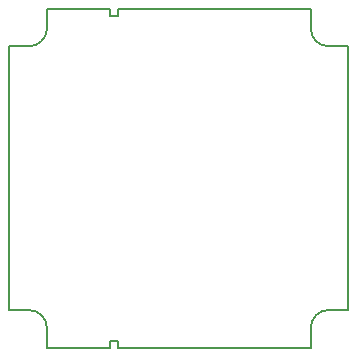
<source format=gbr>
G04 DipTrace 3.2.0.1*
G04 BoardOutline.gbr*
%MOIN*%
G04 #@! TF.FileFunction,Profile*
G04 #@! TF.Part,Single*
%ADD11C,0.005512*%
%FSLAX26Y26*%
G04*
G70*
G90*
G75*
G01*
G04 BoardOutline*
%LPD*%
X-439370Y496063D2*
D11*
G02X-500000Y439370I-60582J4023D01*
G01*
X-564961D1*
Y-439370D1*
X-500000D1*
G02X-439370Y-500000I141J-60488D01*
G01*
Y-564961D1*
X-230315D1*
Y-541339D1*
X-202756D1*
Y-564961D1*
X439370D1*
Y-498031D1*
G02X500000Y-439370I60509J-1876D01*
G01*
X564961D1*
Y439370D1*
X500000D1*
G02X439370Y500000I-141J60488D01*
G01*
Y564961D1*
X-202756D1*
Y541339D1*
X-230315D1*
Y564961D1*
X-439370D1*
Y496063D1*
M02*

</source>
